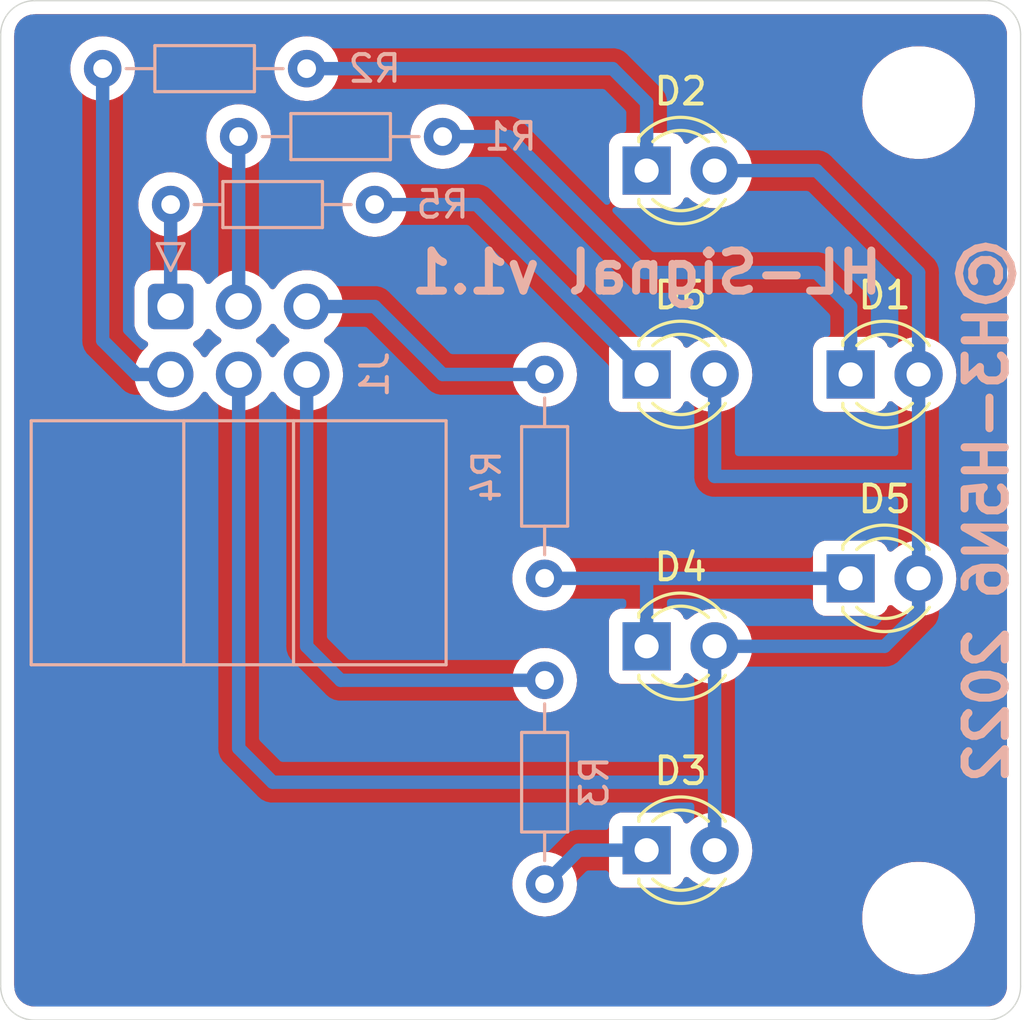
<source format=kicad_pcb>
(kicad_pcb (version 20211014) (generator pcbnew)
  (layers (0 "F.Cu" signal) (31 "B.Cu" signal) (34 "B.Paste" user) (35 "F.Paste" user) (36 "B.SilkS" user "B.Silkscreen") (37 "F.SilkS" user "F.Silkscreen") (38 "B.Mask" user) (39 "F.Mask" user) (44 "Edge.Cuts" user))
  (net 0 "")
  (net 1 "+5P")
  (net 2 "Net-(D1-Pad1)")
  (net 3 "Net-(D2-Pad1)")
  (net 4 "Net-(D3-Pad1)")
  (net 5 "Net-(D4-Pad1)")
  (net 6 "Net-(D6-Pad1)")
  (net 7 "Net-(J1-Pad5)")
  (net 8 "Net-(J1-Pad3)")
  (net 9 "Net-(J1-Pad2)")
  (net 10 "Net-(J1-Pad1)")
  (net 11 "Net-(J1-Pad6)")
  (footprint "LEDs:LED_D3.0mm" (layer "F.Cu") (at 57.15 39.37)
    (fp_text reference "D1" (at 1.27 -2.96) (layer "F.SilkS"))
    (fp_text value "Rot 2")
    (fp_line (start -0.29 -1.236) (end -0.29 -1.08) (layer "F.SilkS") (width 0.12))
    (fp_line (start -0.29 1.08) (end -0.29 1.236) (layer "F.SilkS") (width 0.12))
    (fp_arc (start 2.31113 1.079837) (mid 1.270117 1.5) (end 0.229039 1.08) (layer "F.SilkS") (width 0.12))
    (fp_arc (start 0.229039 -1.08) (mid 1.270117 -1.5) (end 2.31113 -1.079837) (layer "F.SilkS") (width 0.12))
    (fp_arc (start 2.942335 1.078608) (mid 1.366487 1.987659) (end -0.29 1.235516) (layer "F.SilkS") (width 0.12))
    (fp_arc (start -0.29 -1.235516) (mid 1.366487 -1.987659) (end 2.942335 -1.078608) (layer "F.SilkS") (width 0.12))
    (pad "1" thru_hole rect locked (at 0 0) (size 1.8 1.8) (drill 0.9) (layers *.Cu *.Mask) (net 2 "Net-(D1-Pad1)"))
    (pad "2" thru_hole circle locked (at 2.54 0) (size 1.8 1.8) (drill 0.9) (layers *.Cu *.Mask) (net 1 "+5P"))
  )
  (footprint "LEDs:LED_D3.0mm" (layer "F.Cu") (at 49.53 31.75)
    (fp_text reference "D2" (at 1.27 -2.96) (layer "F.SilkS"))
    (fp_text value "Grün")
    (fp_line (start -0.29 1.08) (end -0.29 1.236) (layer "F.SilkS") (width 0.12))
    (fp_line (start -0.29 -1.236) (end -0.29 -1.08) (layer "F.SilkS") (width 0.12))
    (fp_arc (start 0.229039 -1.08) (mid 1.270117 -1.5) (end 2.31113 -1.079837) (layer "F.SilkS") (width 0.12))
    (fp_arc (start 2.942335 1.078608) (mid 1.366487 1.987659) (end -0.29 1.235516) (layer "F.SilkS") (width 0.12))
    (fp_arc (start -0.29 -1.235516) (mid 1.366487 -1.987659) (end 2.942335 -1.078608) (layer "F.SilkS") (width 0.12))
    (fp_arc (start 2.31113 1.079837) (mid 1.270117 1.5) (end 0.229039 1.08) (layer "F.SilkS") (width 0.12))
    (pad "1" thru_hole rect locked (at 0 0) (size 1.8 1.8) (drill 0.9) (layers *.Cu *.Mask) (net 3 "Net-(D2-Pad1)"))
    (pad "2" thru_hole circle locked (at 2.54 0) (size 1.8 1.8) (drill 0.9) (layers *.Cu *.Mask) (net 1 "+5P"))
  )
  (footprint "LEDs:LED_D3.0mm" (layer "F.Cu") (at 49.53 57.15)
    (fp_text reference "D3" (at 1.27 -2.96) (layer "F.SilkS"))
    (fp_text value "Gelb")
    (fp_line (start -0.29 1.08) (end -0.29 1.236) (layer "F.SilkS") (width 0.12))
    (fp_line (start -0.29 -1.236) (end -0.29 -1.08) (layer "F.SilkS") (width 0.12))
    (fp_arc (start 2.942335 1.078608) (mid 1.366487 1.987659) (end -0.29 1.235516) (layer "F.SilkS") (width 0.12))
    (fp_arc (start 2.31113 1.079837) (mid 1.270117 1.5) (end 0.229039 1.08) (layer "F.SilkS") (width 0.12))
    (fp_arc (start 0.229039 -1.08) (mid 1.270117 -1.5) (end 2.31113 -1.079837) (layer "F.SilkS") (width 0.12))
    (fp_arc (start -0.29 -1.235516) (mid 1.366487 -1.987659) (end 2.942335 -1.078608) (layer "F.SilkS") (width 0.12))
    (pad "1" thru_hole rect locked (at 0 0) (size 1.8 1.8) (drill 0.9) (layers *.Cu *.Mask) (net 4 "Net-(D3-Pad1)"))
    (pad "2" thru_hole circle locked (at 2.54 0) (size 1.8 1.8) (drill 0.9) (layers *.Cu *.Mask) (net 1 "+5P"))
  )
  (footprint "LEDs:LED_D3.0mm" (layer "F.Cu") (at 49.53 49.53)
    (fp_text reference "D4" (at 1.27 -2.96) (layer "F.SilkS"))
    (fp_text value "Weiß")
    (fp_line (start -0.29 -1.236) (end -0.29 -1.08) (layer "F.SilkS") (width 0.12))
    (fp_line (start -0.29 1.08) (end -0.29 1.236) (layer "F.SilkS") (width 0.12))
    (fp_arc (start 2.31113 1.079837) (mid 1.270117 1.5) (end 0.229039 1.08) (layer "F.SilkS") (width 0.12))
    (fp_arc (start 0.229039 -1.08) (mid 1.270117 -1.5) (end 2.31113 -1.079837) (layer "F.SilkS") (width 0.12))
    (fp_arc (start -0.29 -1.235516) (mid 1.366487 -1.987659) (end 2.942335 -1.078608) (layer "F.SilkS") (width 0.12))
    (fp_arc (start 2.942335 1.078608) (mid 1.366487 1.987659) (end -0.29 1.235516) (layer "F.SilkS") (width 0.12))
    (pad "1" thru_hole rect locked (at 0 0) (size 1.8 1.8) (drill 0.9) (layers *.Cu *.Mask) (net 5 "Net-(D4-Pad1)"))
    (pad "2" thru_hole circle locked (at 2.54 0) (size 1.8 1.8) (drill 0.9) (layers *.Cu *.Mask) (net 1 "+5P"))
  )
  (footprint "LEDs:LED_D3.0mm" (layer "F.Cu") (at 57.15 46.99)
    (fp_text reference "D5" (at 1.27 -2.96) (layer "F.SilkS"))
    (fp_text value "Weiß")
    (fp_line (start -0.29 1.08) (end -0.29 1.236) (layer "F.SilkS") (width 0.12))
    (fp_line (start -0.29 -1.236) (end -0.29 -1.08) (layer "F.SilkS") (width 0.12))
    (fp_arc (start 0.229039 -1.08) (mid 1.270117 -1.5) (end 2.31113 -1.079837) (layer "F.SilkS") (width 0.12))
    (fp_arc (start -0.29 -1.235516) (mid 1.366487 -1.987659) (end 2.942335 -1.078608) (layer "F.SilkS") (width 0.12))
    (fp_arc (start 2.31113 1.079837) (mid 1.270117 1.5) (end 0.229039 1.08) (layer "F.SilkS") (width 0.12))
    (fp_arc (start 2.942335 1.078608) (mid 1.366487 1.987659) (end -0.29 1.235516) (layer "F.SilkS") (width 0.12))
    (pad "1" thru_hole rect locked (at 0 0) (size 1.8 1.8) (drill 0.9) (layers *.Cu *.Mask) (net 5 "Net-(D4-Pad1)"))
    (pad "2" thru_hole circle locked (at 2.54 0) (size 1.8 1.8) (drill 0.9) (layers *.Cu *.Mask) (net 1 "+5P"))
  )
  (footprint "LEDs:LED_D3.0mm" (layer "F.Cu") (at 49.53 39.37)
    (fp_text reference "D6" (at 1.27 -2.96) (layer "F.SilkS"))
    (fp_text value "Rot 1")
    (fp_line (start -0.29 -1.236) (end -0.29 -1.08) (layer "F.SilkS") (width 0.12))
    (fp_line (start -0.29 1.08) (end -0.29 1.236) (layer "F.SilkS") (width 0.12))
    (fp_arc (start 0.229039 -1.08) (mid 1.270117 -1.5) (end 2.31113 -1.079837) (layer "F.SilkS") (width 0.12))
    (fp_arc (start 2.942335 1.078608) (mid 1.366487 1.987659) (end -0.29 1.235516) (layer "F.SilkS") (width 0.12))
    (fp_arc (start 2.31113 1.079837) (mid 1.270117 1.5) (end 0.229039 1.08) (layer "F.SilkS") (width 0.12))
    (fp_arc (start -0.29 -1.235516) (mid 1.366487 -1.987659) (end 2.942335 -1.078608) (layer "F.SilkS") (width 0.12))
    (pad "1" thru_hole rect locked (at 0 0) (size 1.8 1.8) (drill 0.9) (layers *.Cu *.Mask) (net 6 "Net-(D6-Pad1)"))
    (pad "2" thru_hole circle locked (at 2.54 0) (size 1.8 1.8) (drill 0.9) (layers *.Cu *.Mask) (net 1 "+5P"))
  )
  (footprint "Mounting_Holes:MountingHole_3.2mm_M3" (layer "F.Cu") (at 59.69 59.69)
    (fp_text reference "H1" hide)
    (fp_text value "MountingHole" hide)
    (pad "" np_thru_hole circle locked (at 0 0) (size 3.2 3.2) (drill 3.2) (layers *.Cu *.Mask))
  )
  (footprint "Mounting_Holes:MountingHole_3.2mm_M3" (layer "F.Cu") (at 59.69 29.21)
    (fp_text reference "H1" hide)
    (fp_text value "MountingHole" hide)
    (pad "" np_thru_hole circle locked (at 0 0) (size 3.2 3.2) (drill 3.2) (layers *.Cu *.Mask))
  )
  (footprint "Resistors_THT:R_Axial_DIN0204_L3.6mm_D1.6mm_P7.62mm_Horizontal" (layer "B.Cu") (at 41.91 30.48 180)
    (fp_text reference "R1" (at -2.54 0) (layer "B.SilkS") (effects (justify mirror)))
    (fp_text value "R")
    (fp_line (start 1.95 0.86) (end 1.95 -0.86) (layer "B.SilkS") (width 0.12))
    (fp_line (start 5.67 0.86) (end 1.95 0.86) (layer "B.SilkS") (width 0.12))
    (fp_line (start 0.88 0) (end 1.95 0) (layer "B.SilkS") (width 0.12))
    (fp_line (start 5.67 -0.86) (end 5.67 0.86) (layer "B.SilkS") (width 0.12))
    (fp_line (start 6.74 0) (end 5.67 0) (layer "B.SilkS") (width 0.12))
    (fp_line (start 1.95 -0.86) (end 5.67 -0.86) (layer "B.SilkS") (width 0.12))
    (pad "1" thru_hole circle locked (at 0 0 180) (size 1.4 1.4) (drill 0.7) (layers *.Cu *.Mask) (net 2 "Net-(D1-Pad1)"))
    (pad "2" thru_hole oval locked (at 7.62 0 180) (size 1.4 1.4) (drill 0.7) (layers *.Cu *.Mask) (net 8 "Net-(J1-Pad3)"))
  )
  (footprint "Resistors_THT:R_Axial_DIN0204_L3.6mm_D1.6mm_P7.62mm_Horizontal" (layer "B.Cu") (at 36.83 27.94 180)
    (fp_text reference "R2" (at -2.54 0) (layer "B.SilkS") (effects (justify mirror)))
    (fp_text value "R")
    (fp_line (start 6.74 0) (end 5.67 0) (layer "B.SilkS") (width 0.12))
    (fp_line (start 0.88 0) (end 1.95 0) (layer "B.SilkS") (width 0.12))
    (fp_line (start 1.95 -0.86) (end 5.67 -0.86) (layer "B.SilkS") (width 0.12))
    (fp_line (start 5.67 -0.86) (end 5.67 0.86) (layer "B.SilkS") (width 0.12))
    (fp_line (start 5.67 0.86) (end 1.95 0.86) (layer "B.SilkS") (width 0.12))
    (fp_line (start 1.95 0.86) (end 1.95 -0.86) (layer "B.SilkS") (width 0.12))
    (pad "1" thru_hole circle locked (at 0 0 180) (size 1.4 1.4) (drill 0.7) (layers *.Cu *.Mask) (net 3 "Net-(D2-Pad1)"))
    (pad "2" thru_hole oval locked (at 7.62 0 180) (size 1.4 1.4) (drill 0.7) (layers *.Cu *.Mask) (net 9 "Net-(J1-Pad2)"))
  )
  (footprint "Resistors_THT:R_Axial_DIN0204_L3.6mm_D1.6mm_P7.62mm_Horizontal" (layer "B.Cu") (at 45.72 58.42 90)
    (fp_text reference "R3" (at 3.81 1.86 90) (layer "B.SilkS") (effects (justify mirror)))
    (fp_text value "R")
    (fp_line (start 1.95 -0.86) (end 5.67 -0.86) (layer "B.SilkS") (width 0.12))
    (fp_line (start 6.74 0) (end 5.67 0) (layer "B.SilkS") (width 0.12))
    (fp_line (start 0.88 0) (end 1.95 0) (layer "B.SilkS") (width 0.12))
    (fp_line (start 5.67 0.86) (end 1.95 0.86) (layer "B.SilkS") (width 0.12))
    (fp_line (start 5.67 -0.86) (end 5.67 0.86) (layer "B.SilkS") (width 0.12))
    (fp_line (start 1.95 0.86) (end 1.95 -0.86) (layer "B.SilkS") (width 0.12))
    (pad "1" thru_hole circle locked (at 0 0 90) (size 1.4 1.4) (drill 0.7) (layers *.Cu *.Mask) (net 4 "Net-(D3-Pad1)"))
    (pad "2" thru_hole oval locked (at 7.62 0 90) (size 1.4 1.4) (drill 0.7) (layers *.Cu *.Mask) (net 11 "Net-(J1-Pad6)"))
  )
  (footprint "Resistors_THT:R_Axial_DIN0204_L3.6mm_D1.6mm_P7.62mm_Horizontal" (layer "B.Cu") (at 45.72 46.99 90)
    (fp_text reference "R4" (at 3.81 -2.159 90) (layer "B.SilkS") (effects (justify mirror)))
    (fp_text value "R")
    (fp_line (start 5.67 -0.86) (end 5.67 0.86) (layer "B.SilkS") (width 0.12))
    (fp_line (start 0.88 0) (end 1.95 0) (layer "B.SilkS") (width 0.12))
    (fp_line (start 6.74 0) (end 5.67 0) (layer "B.SilkS") (width 0.12))
    (fp_line (start 1.95 -0.86) (end 5.67 -0.86) (layer "B.SilkS") (width 0.12))
    (fp_line (start 5.67 0.86) (end 1.95 0.86) (layer "B.SilkS") (width 0.12))
    (fp_line (start 1.95 0.86) (end 1.95 -0.86) (layer "B.SilkS") (width 0.12))
    (pad "1" thru_hole circle locked (at 0 0 90) (size 1.4 1.4) (drill 0.7) (layers *.Cu *.Mask) (net 5 "Net-(D4-Pad1)"))
    (pad "2" thru_hole oval locked (at 7.62 0 90) (size 1.4 1.4) (drill 0.7) (layers *.Cu *.Mask) (net 7 "Net-(J1-Pad5)"))
  )
  (footprint "Resistors_THT:R_Axial_DIN0204_L3.6mm_D1.6mm_P7.62mm_Horizontal" (layer "B.Cu") (at 39.37 33.02 180)
    (fp_text reference "R5" (at -2.54 0) (layer "B.SilkS") (effects (justify mirror)))
    (fp_text value "R")
    (fp_line (start 5.67 0.86) (end 1.95 0.86) (layer "B.SilkS") (width 0.12))
    (fp_line (start 5.67 -0.86) (end 5.67 0.86) (layer "B.SilkS") (width 0.12))
    (fp_line (start 1.95 -0.86) (end 5.67 -0.86) (layer "B.SilkS") (width 0.12))
    (fp_line (start 6.74 0) (end 5.67 0) (layer "B.SilkS") (width 0.12))
    (fp_line (start 1.95 0.86) (end 1.95 -0.86) (layer "B.SilkS") (width 0.12))
    (fp_line (start 0.88 0) (end 1.95 0) (layer "B.SilkS") (width 0.12))
    (pad "1" thru_hole circle locked (at 0 0 180) (size 1.4 1.4) (drill 0.7) (layers *.Cu *.Mask) (net 6 "Net-(D6-Pad1)"))
    (pad "2" thru_hole oval locked (at 7.62 0 180) (size 1.4 1.4) (drill 0.7) (layers *.Cu *.Mask) (net 10 "Net-(J1-Pad1)"))
  )
  (footprint "Connectors_IDC:IDC-Header_2x03_P2.54mm_Horizontal" (layer "B.Cu") (at 31.75 36.83 -90)
    (fp_text reference "J1" (at 2.54 -7.62 -90) (layer "B.SilkS") (effects (justify mirror)))
    (fp_text value "Conn_02x03_Odd_Even")
    (fp_line (start 4.27 -0.49) (end 13.39 -0.49) (layer "B.SilkS") (width 0.12))
    (fp_line (start 4.27 5.21) (end 13.39 5.21) (layer "B.SilkS") (width 0.12))
    (fp_line (start 4.27 -4.59) (end 13.39 -4.59) (layer "B.SilkS") (width 0.12))
    (fp_line (start 4.27 -10.29) (end 4.27 5.21) (layer "B.SilkS") (width 0.12))
    (fp_line (start 13.39 -10.29) (end 4.27 -10.29) (layer "B.SilkS") (width 0.12))
    (fp_line (start 13.39 5.21) (end 13.39 -10.29) (layer "B.SilkS") (width 0.12))
    (fp_line (start -2.35 0.5) (end -2.35 -0.5) (layer "B.SilkS") (width 0.12))
    (fp_line (start -2.35 -0.5) (end -1.35 0) (layer "B.SilkS") (width 0.12))
    (fp_line (start -1.35 0) (end -2.35 0.5) (layer "B.SilkS") (width 0.12))
    (pad "1" thru_hole roundrect locked (at 0 0 270) (size 1.7 1.7) (drill 1) (layers *.Cu *.Mask) (roundrect_rratio 0.1470588235) (net 10 "Net-(J1-Pad1)"))
    (pad "2" thru_hole circle locked (at 2.54 0 270) (size 1.7 1.7) (drill 1) (layers *.Cu *.Mask) (net 9 "Net-(J1-Pad2)"))
    (pad "3" thru_hole circle locked (at 0 -2.54 270) (size 1.7 1.7) (drill 1) (layers *.Cu *.Mask) (net 8 "Net-(J1-Pad3)"))
    (pad "4" thru_hole circle locked (at 2.54 -2.54 270) (size 1.7 1.7) (drill 1) (layers *.Cu *.Mask) (net 1 "+5P"))
    (pad "5" thru_hole circle locked (at 0 -5.08 270) (size 1.7 1.7) (drill 1) (layers *.Cu *.Mask) (net 7 "Net-(J1-Pad5)"))
    (pad "6" thru_hole circle locked (at 2.54 -5.08 270) (size 1.7 1.7) (drill 1) (layers *.Cu *.Mask) (net 11 "Net-(J1-Pad6)"))
  )
  (gr_line (start 25.4 62.23) (end 25.4 26.67) (layer "Edge.Cuts") (width 0.05))
  (gr_arc (start 63.5 62.23) (mid 63.128026 63.128026) (end 62.23 63.5) (layer "Edge.Cuts") (width 0.05))
  (gr_line (start 26.67 25.4) (end 62.23 25.4) (layer "Edge.Cuts") (width 0.05))
  (gr_line (start 62.23 63.5) (end 26.67 63.5) (layer "Edge.Cuts") (width 0.05))
  (gr_line (start 63.5 26.67) (end 63.5 62.23) (layer "Edge.Cuts") (width 0.05))
  (gr_arc (start 62.23 25.4) (mid 63.128026 25.771974) (end 63.5 26.67) (layer "Edge.Cuts") (width 0.05))
  (gr_arc (start 25.4 26.67) (mid 25.771974 25.771974) (end 26.67 25.4) (layer "Edge.Cuts") (width 0.05))
  (gr_arc (start 26.67 63.5) (mid 25.771974 63.128026) (end 25.4 62.23) (layer "Edge.Cuts") (width 0.05))
  (gr_text "©H3-H5N6 2022" (at 62.23 44.45 90) (layer "B.SilkS") (effects (font (size 1.5 1.5) (thickness 0.3)) (justify mirror)))
  (gr_text "HL-Signal v1.1" (at 49.53 35.56) (layer "B.SilkS") (effects (font (size 1.5 1.5) (thickness 0.3)) (justify mirror)))
  (segment (start 59.69 46.99) (end 59.69 39.37) (width 0.5) (layer "B.Cu") (net 1))
  (segment (start 52.07 49.53) (end 58.42 49.53) (width 0.5) (layer "B.Cu") (net 1))
  (segment (start 52.07 39.37) (end 52.07 43.18) (width 0.5) (layer "B.Cu") (net 1))
  (segment (start 58.42 49.53) (end 59.69 48.26) (width 0.5) (layer "B.Cu") (net 1))
  (segment (start 59.69 35.56) (end 55.88 31.75) (width 0.5) (layer "B.Cu") (net 1))
  (segment (start 59.69 48.26) (end 59.69 46.99) (width 0.5) (layer "B.Cu") (net 1))
  (segment (start 52.07 57.15) (end 52.07 49.53) (width 0.5) (layer "B.Cu") (net 1))
  (segment (start 59.69 39.37) (end 59.69 35.56) (width 0.5) (layer "B.Cu") (net 1))
  (segment (start 55.88 31.75) (end 52.07 31.75) (width 0.5) (layer "B.Cu") (net 1))
  (segment (start 34.29 53.34) (end 35.56 54.61) (width 0.5) (layer "B.Cu") (net 1))
  (segment (start 52.07 54.61) (end 52.07 57.15) (width 0.5) (layer "B.Cu") (net 1))
  (segment (start 52.07 43.18) (end 59.69 43.18) (width 0.5) (layer "B.Cu") (net 1))
  (segment (start 34.29 39.37) (end 34.29 53.34) (width 0.5) (layer "B.Cu") (net 1))
  (segment (start 35.56 54.61) (end 52.07 54.61) (width 0.5) (layer "B.Cu") (net 1))
  (segment (start 49.450489 35.56) (end 55.88 35.56) (width 0.5) (layer "B.Cu") (net 2))
  (segment (start 41.91 30.48) (end 44.370489 30.48) (width 0.5) (layer "B.Cu") (net 2))
  (segment (start 55.88 35.56) (end 57.15 36.83) (width 0.5) (layer "B.Cu") (net 2))
  (segment (start 44.370489 30.48) (end 49.450489 35.56) (width 0.5) (layer "B.Cu") (net 2))
  (segment (start 57.15 36.83) (end 57.15 39.37) (width 0.5) (layer "B.Cu") (net 2))
  (segment (start 48.26 27.94) (end 49.53 29.21) (width 0.5) (layer "B.Cu") (net 3))
  (segment (start 49.53 29.21) (end 49.53 31.75) (width 0.5) (layer "B.Cu") (net 3))
  (segment (start 36.83 27.94) (end 48.26 27.94) (width 0.5) (layer "B.Cu") (net 3))
  (segment (start 45.72 58.42) (end 46.99 57.15) (width 0.5) (layer "B.Cu") (net 4))
  (segment (start 46.99 57.15) (end 49.53 57.15) (width 0.5) (layer "B.Cu") (net 4))
  (segment (start 49.53 46.99) (end 57.15 46.99) (width 0.5) (layer "B.Cu") (net 5))
  (segment (start 45.72 46.99) (end 49.53 46.99) (width 0.5) (layer "B.Cu") (net 5))
  (segment (start 49.53 49.53) (end 49.53 46.99) (width 0.5) (layer "B.Cu") (net 5))
  (segment (start 39.37 33.02) (end 43.18 33.02) (width 0.5) (layer "B.Cu") (net 6))
  (segment (start 43.18 33.02) (end 49.53 39.37) (width 0.5) (layer "B.Cu") (net 6))
  (segment (start 39.37 36.83) (end 41.91 39.37) (width 0.5) (layer "B.Cu") (net 7))
  (segment (start 36.83 36.83) (end 39.37 36.83) (width 0.5) (layer "B.Cu") (net 7))
  (segment (start 41.91 39.37) (end 45.72 39.37) (width 0.5) (layer "B.Cu") (net 7))
  (segment (start 34.29 30.48) (end 34.29 36.83) (width 0.5) (layer "B.Cu") (net 8))
  (segment (start 29.21 27.94) (end 29.21 38.1) (width 0.5) (layer "B.Cu") (net 9))
  (segment (start 30.48 39.37) (end 31.75 39.37) (width 0.5) (layer "B.Cu") (net 9))
  (segment (start 29.21 38.1) (end 30.48 39.37) (width 0.5) (layer "B.Cu") (net 9))
  (segment (start 31.75 33.02) (end 31.75 36.83) (width 0.5) (layer "B.Cu") (net 10))
  (segment (start 36.83 39.37) (end 36.83 49.53) (width 0.5) (layer "B.Cu") (net 11))
  (segment (start 38.1 50.8) (end 45.72 50.8) (width 0.5) (layer "B.Cu") (net 11))
  (segment (start 36.83 49.53) (end 38.1 50.8) (width 0.5) (layer "B.Cu") (net 11))
  (zone (net 0) (net_name "") (layers F&B.Cu) (connect_pads (clearance 0.508)) (min_thickness 0.254) (fill yes (thermal_gap 0.508) (thermal_bridge_width 0.508))
    (polygon (pts (xy 63.5 63.5) (xy 25.4 63.5) (xy 25.4 25.4) (xy 63.5 25.4)))
  )
  (zone (net 0) (net_name "") (layer "F.Cu") (connect_pads (clearance 0.508)) (min_thickness 0.254) (fill yes (thermal_gap 0.508) (thermal_bridge_width 0.508))
    (polygon (pts (xy 63.5 63.5) (xy 25.4 63.5) (xy 25.4 25.4) (xy 63.5 25.4)))
  )
)
</source>
